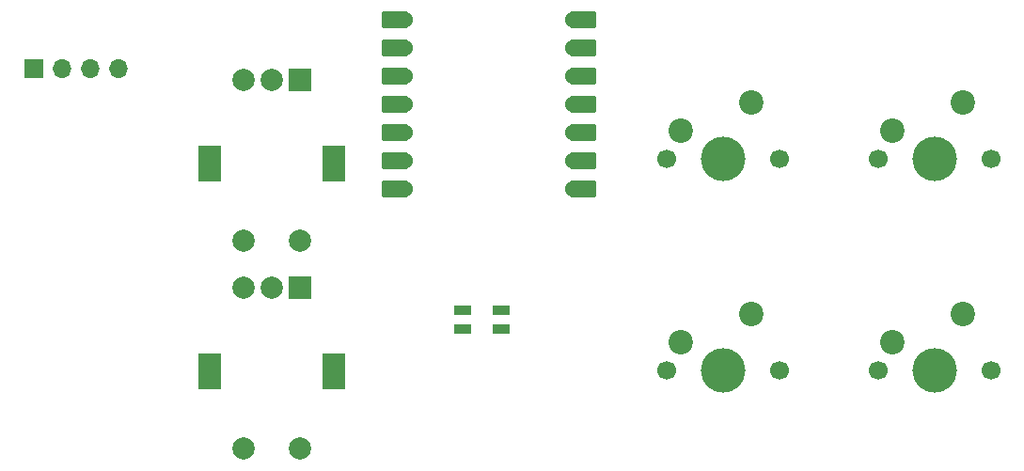
<source format=gbr>
%TF.GenerationSoftware,KiCad,Pcbnew,8.0.6*%
%TF.CreationDate,2025-05-30T09:43:58-05:00*%
%TF.ProjectId,HackPad,4861636b-5061-4642-9e6b-696361645f70,rev?*%
%TF.SameCoordinates,Original*%
%TF.FileFunction,Soldermask,Top*%
%TF.FilePolarity,Negative*%
%FSLAX46Y46*%
G04 Gerber Fmt 4.6, Leading zero omitted, Abs format (unit mm)*
G04 Created by KiCad (PCBNEW 8.0.6) date 2025-05-30 09:43:58*
%MOMM*%
%LPD*%
G01*
G04 APERTURE LIST*
G04 Aperture macros list*
%AMRoundRect*
0 Rectangle with rounded corners*
0 $1 Rounding radius*
0 $2 $3 $4 $5 $6 $7 $8 $9 X,Y pos of 4 corners*
0 Add a 4 corners polygon primitive as box body*
4,1,4,$2,$3,$4,$5,$6,$7,$8,$9,$2,$3,0*
0 Add four circle primitives for the rounded corners*
1,1,$1+$1,$2,$3*
1,1,$1+$1,$4,$5*
1,1,$1+$1,$6,$7*
1,1,$1+$1,$8,$9*
0 Add four rect primitives between the rounded corners*
20,1,$1+$1,$2,$3,$4,$5,0*
20,1,$1+$1,$4,$5,$6,$7,0*
20,1,$1+$1,$6,$7,$8,$9,0*
20,1,$1+$1,$8,$9,$2,$3,0*%
G04 Aperture macros list end*
%ADD10C,1.700000*%
%ADD11C,4.000000*%
%ADD12C,2.200000*%
%ADD13R,1.600000X0.850000*%
%ADD14R,2.000000X2.000000*%
%ADD15C,2.000000*%
%ADD16R,2.000000X3.200000*%
%ADD17RoundRect,0.152400X1.063600X0.609600X-1.063600X0.609600X-1.063600X-0.609600X1.063600X-0.609600X0*%
%ADD18C,1.524000*%
%ADD19RoundRect,0.152400X-1.063600X-0.609600X1.063600X-0.609600X1.063600X0.609600X-1.063600X0.609600X0*%
%ADD20R,1.700000X1.700000*%
%ADD21O,1.700000X1.700000*%
G04 APERTURE END LIST*
D10*
%TO.C,SW3*%
X166370000Y-104490625D03*
D11*
X171450000Y-104490625D03*
D10*
X176530000Y-104490625D03*
D12*
X173990000Y-99410625D03*
X167640000Y-101950625D03*
%TD*%
D10*
%TO.C,SW4*%
X147320000Y-104490625D03*
D11*
X152400000Y-104490625D03*
D10*
X157480000Y-104490625D03*
D12*
X154940000Y-99410625D03*
X148590000Y-101950625D03*
%TD*%
D13*
%TO.C,D1*%
X132500000Y-119875000D03*
X132500000Y-118125000D03*
X129000000Y-118125000D03*
X129000000Y-119875000D03*
%TD*%
D14*
%TO.C,SW6*%
X114300000Y-97418750D03*
D15*
X109300000Y-97418750D03*
X111800000Y-97418750D03*
D16*
X117400000Y-104918750D03*
X106200000Y-104918750D03*
D15*
X109300000Y-111918750D03*
X114300000Y-111918750D03*
%TD*%
D17*
%TO.C,U1*%
X122925000Y-92000000D03*
D18*
X123760000Y-92000000D03*
D17*
X122925000Y-94540000D03*
D18*
X123760000Y-94540000D03*
D17*
X122925000Y-97080000D03*
D18*
X123760000Y-97080000D03*
D17*
X122925000Y-99620000D03*
D18*
X123760000Y-99620000D03*
D17*
X122925000Y-102160000D03*
D18*
X123760000Y-102160000D03*
D17*
X122925000Y-104700000D03*
D18*
X123760000Y-104700000D03*
D17*
X122925000Y-107240000D03*
D18*
X123760000Y-107240000D03*
X139000000Y-107240000D03*
D19*
X139835000Y-107240000D03*
D18*
X139000000Y-104700000D03*
D19*
X139835000Y-104700000D03*
D18*
X139000000Y-102160000D03*
D19*
X139835000Y-102160000D03*
D18*
X139000000Y-99620000D03*
D19*
X139835000Y-99620000D03*
D18*
X139000000Y-97080000D03*
D19*
X139835000Y-97080000D03*
D18*
X139000000Y-94540000D03*
D19*
X139835000Y-94540000D03*
D18*
X139000000Y-92000000D03*
D19*
X139835000Y-92000000D03*
%TD*%
D14*
%TO.C,SW7*%
X114300000Y-116112500D03*
D15*
X109300000Y-116112500D03*
X111800000Y-116112500D03*
D16*
X117400000Y-123612500D03*
X106200000Y-123612500D03*
D15*
X109300000Y-130612500D03*
X114300000Y-130612500D03*
%TD*%
D20*
%TO.C,J1*%
X90380000Y-96400625D03*
D21*
X92920000Y-96400625D03*
X95460000Y-96400625D03*
X98000000Y-96400625D03*
%TD*%
D10*
%TO.C,SW1*%
X147320000Y-123540625D03*
D11*
X152400000Y-123540625D03*
D10*
X157480000Y-123540625D03*
D12*
X154940000Y-118460625D03*
X148590000Y-121000625D03*
%TD*%
D10*
%TO.C,SW2*%
X166370000Y-123540625D03*
D11*
X171450000Y-123540625D03*
D10*
X176530000Y-123540625D03*
D12*
X173990000Y-118460625D03*
X167640000Y-121000625D03*
%TD*%
M02*

</source>
